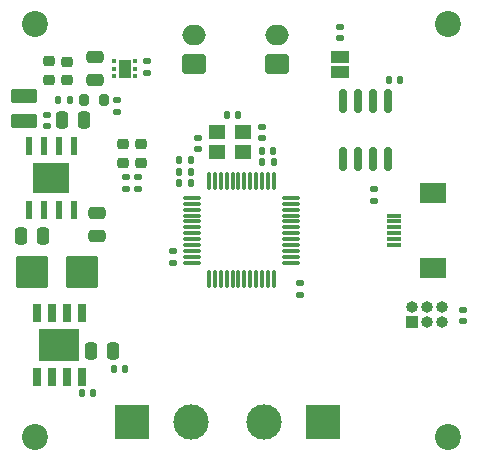
<source format=gbr>
%TF.GenerationSoftware,KiCad,Pcbnew,8.0.2*%
%TF.CreationDate,2024-11-04T12:25:00+02:00*%
%TF.ProjectId,Little Boy - External,4c697474-6c65-4204-926f-79202d204578,rev?*%
%TF.SameCoordinates,Original*%
%TF.FileFunction,Soldermask,Top*%
%TF.FilePolarity,Negative*%
%FSLAX46Y46*%
G04 Gerber Fmt 4.6, Leading zero omitted, Abs format (unit mm)*
G04 Created by KiCad (PCBNEW 8.0.2) date 2024-11-04 12:25:00*
%MOMM*%
%LPD*%
G01*
G04 APERTURE LIST*
G04 Aperture macros list*
%AMRoundRect*
0 Rectangle with rounded corners*
0 $1 Rounding radius*
0 $2 $3 $4 $5 $6 $7 $8 $9 X,Y pos of 4 corners*
0 Add a 4 corners polygon primitive as box body*
4,1,4,$2,$3,$4,$5,$6,$7,$8,$9,$2,$3,0*
0 Add four circle primitives for the rounded corners*
1,1,$1+$1,$2,$3*
1,1,$1+$1,$4,$5*
1,1,$1+$1,$6,$7*
1,1,$1+$1,$8,$9*
0 Add four rect primitives between the rounded corners*
20,1,$1+$1,$2,$3,$4,$5,0*
20,1,$1+$1,$4,$5,$6,$7,0*
20,1,$1+$1,$6,$7,$8,$9,0*
20,1,$1+$1,$8,$9,$2,$3,0*%
G04 Aperture macros list end*
%ADD10R,3.100000X2.600000*%
%ADD11R,0.600000X1.550000*%
%ADD12RoundRect,0.250000X0.850000X-0.375000X0.850000X0.375000X-0.850000X0.375000X-0.850000X-0.375000X0*%
%ADD13RoundRect,0.135000X0.135000X0.185000X-0.135000X0.185000X-0.135000X-0.185000X0.135000X-0.185000X0*%
%ADD14RoundRect,0.140000X-0.140000X-0.170000X0.140000X-0.170000X0.140000X0.170000X-0.140000X0.170000X0*%
%ADD15RoundRect,0.250000X-0.250000X-0.475000X0.250000X-0.475000X0.250000X0.475000X-0.250000X0.475000X0*%
%ADD16RoundRect,0.218750X-0.256250X0.218750X-0.256250X-0.218750X0.256250X-0.218750X0.256250X0.218750X0*%
%ADD17RoundRect,0.250000X-1.125000X-1.125000X1.125000X-1.125000X1.125000X1.125000X-1.125000X1.125000X0*%
%ADD18RoundRect,0.135000X0.185000X-0.135000X0.185000X0.135000X-0.185000X0.135000X-0.185000X-0.135000X0*%
%ADD19RoundRect,0.140000X0.140000X0.170000X-0.140000X0.170000X-0.140000X-0.170000X0.140000X-0.170000X0*%
%ADD20C,2.200000*%
%ADD21RoundRect,0.250000X0.475000X-0.250000X0.475000X0.250000X-0.475000X0.250000X-0.475000X-0.250000X0*%
%ADD22R,1.400000X1.200000*%
%ADD23RoundRect,0.250000X0.250000X0.475000X-0.250000X0.475000X-0.250000X-0.475000X0.250000X-0.475000X0*%
%ADD24RoundRect,0.225000X-0.250000X0.225000X-0.250000X-0.225000X0.250000X-0.225000X0.250000X0.225000X0*%
%ADD25RoundRect,0.093750X0.093750X0.106250X-0.093750X0.106250X-0.093750X-0.106250X0.093750X-0.106250X0*%
%ADD26R,1.000000X1.600000*%
%ADD27R,3.000000X3.000000*%
%ADD28C,3.000000*%
%ADD29RoundRect,0.150000X0.150000X-0.825000X0.150000X0.825000X-0.150000X0.825000X-0.150000X-0.825000X0*%
%ADD30R,0.650000X1.525000*%
%ADD31R,3.400000X2.710000*%
%ADD32R,1.000000X1.000000*%
%ADD33O,1.000000X1.000000*%
%ADD34RoundRect,0.250000X0.750000X-0.600000X0.750000X0.600000X-0.750000X0.600000X-0.750000X-0.600000X0*%
%ADD35O,2.000000X1.700000*%
%ADD36RoundRect,0.135000X-0.185000X0.135000X-0.185000X-0.135000X0.185000X-0.135000X0.185000X0.135000X0*%
%ADD37RoundRect,0.140000X0.170000X-0.140000X0.170000X0.140000X-0.170000X0.140000X-0.170000X-0.140000X0*%
%ADD38R,1.500000X1.000000*%
%ADD39RoundRect,0.147500X-0.172500X0.147500X-0.172500X-0.147500X0.172500X-0.147500X0.172500X0.147500X0*%
%ADD40R,1.300000X0.300000*%
%ADD41R,2.200000X1.800000*%
%ADD42RoundRect,0.075000X-0.075000X0.662500X-0.075000X-0.662500X0.075000X-0.662500X0.075000X0.662500X0*%
%ADD43RoundRect,0.075000X-0.662500X0.075000X-0.662500X-0.075000X0.662500X-0.075000X0.662500X0.075000X0*%
%ADD44RoundRect,0.200000X0.200000X0.275000X-0.200000X0.275000X-0.200000X-0.275000X0.200000X-0.275000X0*%
G04 APERTURE END LIST*
D10*
%TO.C,U2*%
X126900000Y-58600000D03*
D11*
X124994999Y-61300001D03*
X126265000Y-61300000D03*
X127535000Y-61300000D03*
X128805000Y-61299999D03*
X128805001Y-55899999D03*
X127535000Y-55900000D03*
X126265000Y-55900000D03*
X124995000Y-55900001D03*
%TD*%
D12*
%TO.C,L2*%
X124624999Y-53775000D03*
X124625001Y-51625000D03*
%TD*%
D13*
%TO.C,R5*%
X128510001Y-51950000D03*
X127490001Y-51949998D03*
%TD*%
D14*
%TO.C,C2*%
X144750000Y-56250000D03*
X145710000Y-56250000D03*
%TD*%
D15*
%TO.C,C11*%
X130260001Y-73250000D03*
X132160001Y-73250000D03*
%TD*%
D16*
%TO.C,D2*%
X134499999Y-55712498D03*
X134500001Y-57287502D03*
%TD*%
D17*
%TO.C,J6*%
X129500000Y-66500000D03*
%TD*%
D18*
%TO.C,R8*%
X132499999Y-52950000D03*
X132500001Y-51930000D03*
%TD*%
D19*
%TO.C,C6*%
X138709999Y-58029998D03*
X137749999Y-58029998D03*
%TD*%
D14*
%TO.C,C14*%
X132210001Y-74750000D03*
X133170001Y-74750000D03*
%TD*%
D20*
%TO.C,H4*%
X160500000Y-45500000D03*
%TD*%
D21*
%TO.C,C18*%
X130637497Y-50259178D03*
X130637497Y-48359178D03*
%TD*%
D22*
%TO.C,Y1*%
X140900000Y-56350000D03*
X143100001Y-56349999D03*
X143100000Y-54650000D03*
X140899999Y-54650001D03*
%TD*%
D23*
%TO.C,C10*%
X126200000Y-63449999D03*
X124300000Y-63449999D03*
%TD*%
D20*
%TO.C,H7*%
X125500000Y-45500000D03*
%TD*%
D19*
%TO.C,C7*%
X138709997Y-57029997D03*
X137749997Y-57029997D03*
%TD*%
D24*
%TO.C,C17*%
X126749999Y-48699998D03*
X126749999Y-50250000D03*
%TD*%
D25*
%TO.C,U3*%
X134025001Y-49959177D03*
X134025001Y-49309177D03*
X134025001Y-48659177D03*
X132250001Y-48659177D03*
X132250001Y-49309177D03*
X132250001Y-49959177D03*
D26*
X133137501Y-49309177D03*
%TD*%
D27*
%TO.C,J4*%
X149950000Y-79250000D03*
D28*
X144950000Y-79250000D03*
%TD*%
D29*
%TO.C,U4*%
X151594999Y-56974999D03*
X152865000Y-56975000D03*
X154135000Y-56975000D03*
X155405001Y-56974999D03*
X155405001Y-52025001D03*
X154135000Y-52025000D03*
X152865000Y-52025000D03*
X151594999Y-52025001D03*
%TD*%
D24*
%TO.C,C16*%
X128250000Y-48724999D03*
X128250000Y-50275001D03*
%TD*%
D30*
%TO.C,IC1*%
X125690002Y-75424002D03*
X126960001Y-75424001D03*
X128230001Y-75424001D03*
X129500003Y-75424002D03*
X129500000Y-70000000D03*
X128230001Y-70000001D03*
X126960001Y-70000001D03*
X125689999Y-70000000D03*
D31*
X127595001Y-72712001D03*
%TD*%
D16*
%TO.C,D1*%
X132999999Y-55712495D03*
X133000001Y-57287499D03*
%TD*%
D32*
%TO.C,SWD*%
X157475000Y-70750000D03*
D33*
X157475000Y-69479999D03*
X158745001Y-70750000D03*
X158745000Y-69480002D03*
X160015001Y-70750001D03*
X160014999Y-69480000D03*
%TD*%
D27*
%TO.C,J3*%
X133750000Y-79250000D03*
D28*
X138750000Y-79250000D03*
%TD*%
D34*
%TO.C,J8*%
X138972499Y-48955001D03*
D35*
X138972500Y-46455001D03*
%TD*%
D19*
%TO.C,C5*%
X138710000Y-59000000D03*
X137750000Y-59000000D03*
%TD*%
D17*
%TO.C,J5*%
X125250000Y-66500000D03*
%TD*%
D34*
%TO.C,J9*%
X145972498Y-48955001D03*
D35*
X145972497Y-46455001D03*
%TD*%
D36*
%TO.C,R4*%
X137250001Y-64740000D03*
X137249999Y-65760000D03*
%TD*%
D37*
%TO.C,C22*%
X154250000Y-60480000D03*
X154250000Y-59520000D03*
%TD*%
D20*
%TO.C,H1*%
X160500000Y-80500000D03*
%TD*%
D18*
%TO.C,R2*%
X134249999Y-59509998D03*
X134250001Y-58489998D03*
%TD*%
D37*
%TO.C,C19*%
X134999997Y-49659179D03*
X134999997Y-48699179D03*
%TD*%
D14*
%TO.C,C4*%
X144770000Y-57250000D03*
X145730000Y-57250000D03*
%TD*%
D38*
%TO.C,JP1*%
X151322502Y-48330000D03*
X151322502Y-49630000D03*
%TD*%
D19*
%TO.C,C12*%
X130460000Y-76750000D03*
X129500000Y-76750000D03*
%TD*%
D14*
%TO.C,C24*%
X155500000Y-50250000D03*
X156460000Y-50250000D03*
%TD*%
D39*
%TO.C,L1*%
X144750000Y-54250000D03*
X144750000Y-55219996D03*
%TD*%
D37*
%TO.C,R7*%
X151322502Y-46710000D03*
X151322502Y-45750000D03*
%TD*%
%TO.C,C8*%
X161750000Y-70710000D03*
X161750000Y-69750000D03*
%TD*%
D40*
%TO.C,J10*%
X155950000Y-64250000D03*
X155950001Y-63750000D03*
X155949998Y-63249999D03*
X155950000Y-62750001D03*
X155949999Y-62249999D03*
X155950000Y-61750000D03*
D41*
X159200000Y-66150000D03*
X159200002Y-59849999D03*
%TD*%
D37*
%TO.C,C15*%
X126500000Y-54180001D03*
X126500000Y-53220001D03*
%TD*%
D18*
%TO.C,R1*%
X147999999Y-68510000D03*
X148000001Y-67490000D03*
%TD*%
D42*
%TO.C,U1*%
X145749999Y-58837499D03*
X145249999Y-58837500D03*
X144749997Y-58837498D03*
X144250002Y-58837501D03*
X143750000Y-58837500D03*
X143249999Y-58837498D03*
X142750000Y-58837500D03*
X142250000Y-58837500D03*
X141750000Y-58837502D03*
X141250000Y-58837501D03*
X140750000Y-58837502D03*
X140250001Y-58837499D03*
D43*
X138837499Y-60250001D03*
X138837500Y-60750001D03*
X138837498Y-61250003D03*
X138837501Y-61749998D03*
X138837500Y-62250000D03*
X138837498Y-62750001D03*
X138837500Y-63250000D03*
X138837500Y-63750000D03*
X138837502Y-64250000D03*
X138837501Y-64750000D03*
X138837502Y-65250000D03*
X138837499Y-65749999D03*
D42*
X140250001Y-67162501D03*
X140750001Y-67162500D03*
X141250003Y-67162502D03*
X141749998Y-67162499D03*
X142250000Y-67162500D03*
X142750001Y-67162502D03*
X143250000Y-67162500D03*
X143750000Y-67162500D03*
X144250000Y-67162498D03*
X144750000Y-67162499D03*
X145250000Y-67162498D03*
X145749999Y-67162501D03*
D43*
X147162501Y-65749999D03*
X147162500Y-65249999D03*
X147162502Y-64749997D03*
X147162499Y-64250002D03*
X147162500Y-63750000D03*
X147162502Y-63249999D03*
X147162500Y-62750000D03*
X147162500Y-62250000D03*
X147162498Y-61750000D03*
X147162499Y-61250000D03*
X147162498Y-60750000D03*
X147162501Y-60250001D03*
%TD*%
D18*
%TO.C,R3*%
X133249999Y-59509998D03*
X133250001Y-58489998D03*
%TD*%
D21*
%TO.C,C9*%
X130750000Y-63450000D03*
X130750000Y-61550000D03*
%TD*%
D15*
%TO.C,C13*%
X127800000Y-53700000D03*
X129700000Y-53700000D03*
%TD*%
D20*
%TO.C,H10*%
X125500000Y-80500000D03*
%TD*%
D19*
%TO.C,C1*%
X142710000Y-53250000D03*
X141750000Y-53250000D03*
%TD*%
D44*
%TO.C,R6*%
X131325000Y-51950000D03*
X129675000Y-51950000D03*
%TD*%
D37*
%TO.C,C3*%
X139350000Y-56130000D03*
X139350000Y-55170000D03*
%TD*%
M02*

</source>
